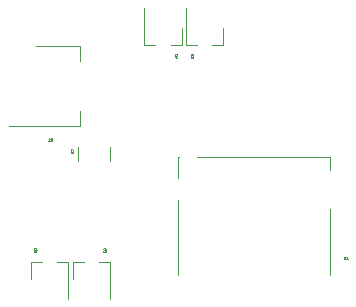
<source format=gbr>
G04 #@! TF.GenerationSoftware,KiCad,Pcbnew,(5.1.8)-1*
G04 #@! TF.CreationDate,2020-11-28T11:44:15-05:00*
G04 #@! TF.ProjectId,STM32_SMD_Quadcopter,53544d33-325f-4534-9d44-5f5175616463,rev?*
G04 #@! TF.SameCoordinates,PX2daf690PY1aab7d8*
G04 #@! TF.FileFunction,Legend,Bot*
G04 #@! TF.FilePolarity,Positive*
%FSLAX46Y46*%
G04 Gerber Fmt 4.6, Leading zero omitted, Abs format (unit mm)*
G04 Created by KiCad (PCBNEW (5.1.8)-1) date 2020-11-28 11:44:15*
%MOMM*%
%LPD*%
G01*
G04 APERTURE LIST*
%ADD10C,0.120000*%
%ADD11C,0.050000*%
G04 APERTURE END LIST*
D10*
X17079400Y-16632200D02*
X17079400Y-22932200D01*
X29949400Y-17332200D02*
X29949400Y-22932200D01*
X17079400Y-12922200D02*
X17079400Y-14732200D01*
X29949400Y-12922200D02*
X18689400Y-12922200D01*
X29949400Y-14082200D02*
X29949400Y-12922200D01*
X17189400Y-12922200D02*
X17079400Y-12922200D01*
X17378800Y-3501800D02*
X17378800Y-2041800D01*
X14218800Y-3501800D02*
X14218800Y-341800D01*
X14218800Y-3501800D02*
X15148800Y-3501800D01*
X17378800Y-3501800D02*
X16448800Y-3501800D01*
X8138000Y-21819200D02*
X9068000Y-21819200D01*
X11298000Y-21819200D02*
X10368000Y-21819200D01*
X11298000Y-21819200D02*
X11298000Y-24979200D01*
X8138000Y-21819200D02*
X8138000Y-23279200D01*
X8596800Y-12100936D02*
X8596800Y-13305064D01*
X11316800Y-12100936D02*
X11316800Y-13305064D01*
X4604900Y-21822000D02*
X4604900Y-23282000D01*
X7764900Y-21822000D02*
X7764900Y-24982000D01*
X7764900Y-21822000D02*
X6834900Y-21822000D01*
X4604900Y-21822000D02*
X5534900Y-21822000D01*
X20871300Y-3503200D02*
X19941300Y-3503200D01*
X17711300Y-3503200D02*
X18641300Y-3503200D01*
X17711300Y-3503200D02*
X17711300Y-343200D01*
X20871300Y-3503200D02*
X20871300Y-2043200D01*
X8781100Y-3538200D02*
X8781100Y-4798200D01*
X8781100Y-10358200D02*
X8781100Y-9098200D01*
X5021100Y-3538200D02*
X8781100Y-3538200D01*
X2771100Y-10358200D02*
X8781100Y-10358200D01*
D11*
X31338226Y-21419616D02*
X31338226Y-21562473D01*
X31347750Y-21591044D01*
X31366798Y-21610092D01*
X31395369Y-21619616D01*
X31414417Y-21619616D01*
X31262036Y-21419616D02*
X31138226Y-21419616D01*
X31204893Y-21495806D01*
X31176321Y-21495806D01*
X31157274Y-21505330D01*
X31147750Y-21514854D01*
X31138226Y-21533901D01*
X31138226Y-21581520D01*
X31147750Y-21600568D01*
X31157274Y-21610092D01*
X31176321Y-21619616D01*
X31233464Y-21619616D01*
X31252512Y-21610092D01*
X31262036Y-21600568D01*
X17013183Y-4402832D02*
X17003660Y-4383784D01*
X16984612Y-4364737D01*
X16956040Y-4336165D01*
X16946517Y-4317118D01*
X16946517Y-4298070D01*
X16994136Y-4307594D02*
X16984612Y-4288546D01*
X16965564Y-4269499D01*
X16927469Y-4259975D01*
X16860802Y-4259975D01*
X16822707Y-4269499D01*
X16803660Y-4288546D01*
X16794136Y-4307594D01*
X16794136Y-4345689D01*
X16803660Y-4364737D01*
X16822707Y-4383784D01*
X16860802Y-4393308D01*
X16927469Y-4393308D01*
X16965564Y-4383784D01*
X16984612Y-4364737D01*
X16994136Y-4345689D01*
X16994136Y-4307594D01*
X16860802Y-4564737D02*
X16994136Y-4564737D01*
X16784612Y-4517118D02*
X16927469Y-4469499D01*
X16927469Y-4593308D01*
X10950163Y-20824192D02*
X10940640Y-20805144D01*
X10921592Y-20786097D01*
X10893020Y-20757525D01*
X10883497Y-20738478D01*
X10883497Y-20719430D01*
X10931116Y-20728954D02*
X10921592Y-20709906D01*
X10902544Y-20690859D01*
X10864449Y-20681335D01*
X10797782Y-20681335D01*
X10759687Y-20690859D01*
X10740640Y-20709906D01*
X10731116Y-20728954D01*
X10731116Y-20767049D01*
X10740640Y-20786097D01*
X10759687Y-20805144D01*
X10797782Y-20814668D01*
X10864449Y-20814668D01*
X10902544Y-20805144D01*
X10921592Y-20786097D01*
X10931116Y-20767049D01*
X10931116Y-20728954D01*
X10750163Y-20890859D02*
X10740640Y-20900382D01*
X10731116Y-20919430D01*
X10731116Y-20967049D01*
X10740640Y-20986097D01*
X10750163Y-20995620D01*
X10769211Y-21005144D01*
X10788259Y-21005144D01*
X10816830Y-20995620D01*
X10931116Y-20881335D01*
X10931116Y-21005144D01*
X8151168Y-12438526D02*
X8160692Y-12429002D01*
X8170216Y-12400431D01*
X8170216Y-12381383D01*
X8160692Y-12352812D01*
X8141644Y-12333764D01*
X8122597Y-12324240D01*
X8084501Y-12314717D01*
X8055930Y-12314717D01*
X8017835Y-12324240D01*
X7998787Y-12333764D01*
X7979740Y-12352812D01*
X7970216Y-12381383D01*
X7970216Y-12400431D01*
X7979740Y-12429002D01*
X7989263Y-12438526D01*
X7970216Y-12619479D02*
X7970216Y-12524240D01*
X8065454Y-12514717D01*
X8055930Y-12524240D01*
X8046406Y-12543288D01*
X8046406Y-12590907D01*
X8055930Y-12609955D01*
X8065454Y-12619479D01*
X8084501Y-12629002D01*
X8132120Y-12629002D01*
X8151168Y-12619479D01*
X8160692Y-12609955D01*
X8170216Y-12590907D01*
X8170216Y-12543288D01*
X8160692Y-12524240D01*
X8151168Y-12514717D01*
X5087963Y-20839692D02*
X5078440Y-20820644D01*
X5059392Y-20801597D01*
X5030820Y-20773025D01*
X5021297Y-20753978D01*
X5021297Y-20734930D01*
X5068916Y-20744454D02*
X5059392Y-20725406D01*
X5040344Y-20706359D01*
X5002249Y-20696835D01*
X4935582Y-20696835D01*
X4897487Y-20706359D01*
X4878440Y-20725406D01*
X4868916Y-20744454D01*
X4868916Y-20782549D01*
X4878440Y-20801597D01*
X4897487Y-20820644D01*
X4935582Y-20830168D01*
X5002249Y-20830168D01*
X5040344Y-20820644D01*
X5059392Y-20801597D01*
X5068916Y-20782549D01*
X5068916Y-20744454D01*
X5068916Y-21020644D02*
X5068916Y-20906359D01*
X5068916Y-20963501D02*
X4868916Y-20963501D01*
X4897487Y-20944454D01*
X4916535Y-20925406D01*
X4926059Y-20906359D01*
X18364503Y-4361312D02*
X18354980Y-4342264D01*
X18335932Y-4323217D01*
X18307360Y-4294645D01*
X18297837Y-4275598D01*
X18297837Y-4256550D01*
X18345456Y-4266074D02*
X18335932Y-4247026D01*
X18316884Y-4227979D01*
X18278789Y-4218455D01*
X18212122Y-4218455D01*
X18174027Y-4227979D01*
X18154980Y-4247026D01*
X18145456Y-4266074D01*
X18145456Y-4304169D01*
X18154980Y-4323217D01*
X18174027Y-4342264D01*
X18212122Y-4351788D01*
X18278789Y-4351788D01*
X18316884Y-4342264D01*
X18335932Y-4323217D01*
X18345456Y-4304169D01*
X18345456Y-4266074D01*
X18145456Y-4418455D02*
X18145456Y-4542264D01*
X18221646Y-4475598D01*
X18221646Y-4504169D01*
X18231170Y-4523217D01*
X18240694Y-4532740D01*
X18259741Y-4542264D01*
X18307360Y-4542264D01*
X18326408Y-4532740D01*
X18335932Y-4523217D01*
X18345456Y-4504169D01*
X18345456Y-4447026D01*
X18335932Y-4427979D01*
X18326408Y-4418455D01*
X6390620Y-11390356D02*
X6390620Y-11552260D01*
X6381097Y-11571308D01*
X6371573Y-11580832D01*
X6352525Y-11590356D01*
X6314430Y-11590356D01*
X6295382Y-11580832D01*
X6285859Y-11571308D01*
X6276335Y-11552260D01*
X6276335Y-11390356D01*
X6076335Y-11590356D02*
X6190620Y-11590356D01*
X6133478Y-11590356D02*
X6133478Y-11390356D01*
X6152525Y-11418927D01*
X6171573Y-11437975D01*
X6190620Y-11447499D01*
M02*

</source>
